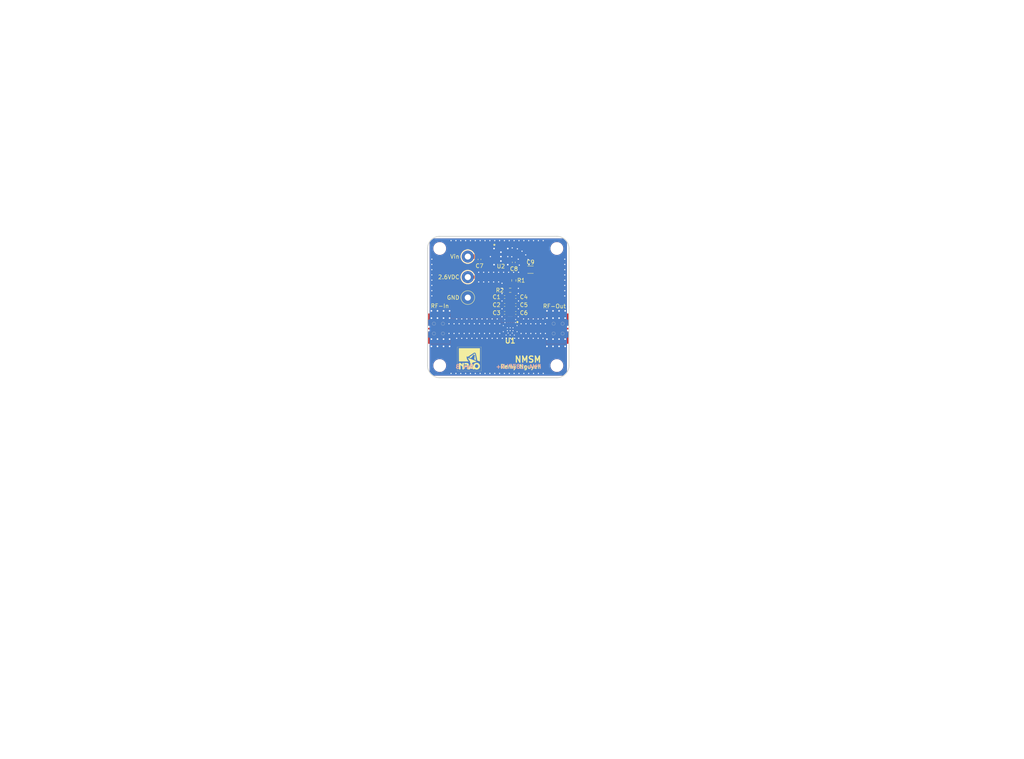
<source format=kicad_pcb>
(kicad_pcb (version 20221018) (generator pcbnew)
  (layers (0 "F.Cu" signal) (1 "In1.Cu" signal) (2 "In2.Cu" signal) (31 "B.Cu" signal) (34 "B.Paste" user) (35 "F.Paste" user) (36 "B.SilkS" user "B.Silkscreen") (37 "F.SilkS" user "F.Silkscreen") (38 "B.Mask" user) (39 "F.Mask" user) (44 "Edge.Cuts" user))
  (net 0 "")
  (net 1 "GND")
  (net 2 "Vin")
  (net 3 "Net-(U2-BYP)")
  (net 4 "2.6VDC")
  (net 5 "Net-(IC2-RF-IN)")
  (net 6 "Net-(IC2-RF-OUT)")
  (net 7 "Net-(IC2-VE)")
  (net 8 "Net-(IC2-VDD)")
  (footprint "rf-dfs:R_0603_1608Metric" (layer "F.Cu") (at 140.2 82.065 90)
    (fp_text reference "R1" (at 0.005 0.73 180) (layer "F.SilkS") (effects (justify left)))
    (fp_text value "10 Ω")
    (pad "1" smd roundrect (at -0.825 0 90) (size 0.8 0.95) (layers "F.Cu" "F.Paste" "F.Mask") (net 8 "Net-(IC2-VDD)"))
    (pad "2" smd roundrect (at 0.825 0 90) (size 0.8 0.95) (layers "F.Cu" "F.Paste" "F.Mask") (net 4 "2.6VDC"))
  )
  (footprint "rf-dfs:C_0402_1005Metric" (layer "F.Cu") (at 140.68 88.13)
    (fp_text reference "C5" (at 0.92 0) (layer "F.SilkS") (effects (justify left)))
    (fp_text value "1000 pF")
    (pad "1" smd roundrect (at -0.48 0) (size 0.56 0.62) (layers "F.Cu" "F.Paste" "F.Mask") (net 8 "Net-(IC2-VDD)"))
    (pad "2" smd roundrect (at 0.48 0) (size 0.56 0.62) (layers "F.Cu" "F.Paste" "F.Mask") (net 1 "GND"))
  )
  (footprint "rf-dfs:C_1206_3216Metric" (layer "F.Cu") (at 144.325 79.4)
    (fp_text reference "C9" (at 0 -1.85) (layer "F.SilkS"))
    (fp_text value "2.2 uF")
    (pad "1" smd roundrect (at -1.475 0) (size 1.15 1.8) (layers "F.Cu" "F.Paste" "F.Mask") (roundrect_rratio 0.2173913043) (net 4 "2.6VDC"))
    (pad "2" smd roundrect (at 1.475 0) (size 1.15 1.8) (layers "F.Cu" "F.Paste" "F.Mask") (roundrect_rratio 0.2173913043) (net 1 "GND"))
  )
  (footprint "rf-dfs:C_0402_1005Metric" (layer "F.Cu") (at 131.7 76.86 -90)
    (fp_text reference "C7" (at 1.6 0 -180) (layer "F.SilkS"))
    (fp_text value "0.33 uF")
    (pad "1" smd roundrect (at -0.48 0 270) (size 0.56 0.62) (layers "F.Cu" "F.Paste" "F.Mask") (net 2 "Vin"))
    (pad "2" smd roundrect (at 0.48 0 270) (size 0.56 0.62) (layers "F.Cu" "F.Paste" "F.Mask") (net 1 "GND"))
  )
  (footprint "rf-dfs:C_0402_1005Metric" (layer "F.Cu") (at 140.68 90.1)
    (fp_text reference "C6" (at 0.92 0) (layer "F.SilkS") (effects (justify left)))
    (fp_text value "100 pF")
    (pad "1" smd roundrect (at -0.48 0) (size 0.56 0.62) (layers "F.Cu" "F.Paste" "F.Mask") (net 8 "Net-(IC2-VDD)"))
    (pad "2" smd roundrect (at 0.48 0) (size 0.56 0.62) (layers "F.Cu" "F.Paste" "F.Mask") (net 1 "GND"))
  )
  (footprint "rf-dfs:C_0402_1005Metric" (layer "F.Cu") (at 137.92 86.16)
    (fp_text reference "C1" (at -0.92 0) (layer "F.SilkS") (effects (justify right)))
    (fp_text value "0.33 uF")
    (pad "1" smd roundrect (at -0.48 0) (size 0.56 0.62) (layers "F.Cu" "F.Paste" "F.Mask") (net 1 "GND"))
    (pad "2" smd roundrect (at 0.48 0) (size 0.56 0.62) (layers "F.Cu" "F.Paste" "F.Mask") (net 7 "Net-(IC2-VE)"))
  )
  (footprint "rf-dfs:TestPoint_Loop_D2.54mm_Drill1.5mm_Beaded" (layer "F.Cu") (at 128.8 86.32)
    (fp_text reference "TP1")
    (fp_text value "GND")
    (fp_text user "GND" (at -2 0) (layer "F.SilkS") (effects (justify right)))
    (pad "1" thru_hole circle (at 0 0) (size 3 3) (drill 1.5) (layers "*.Cu" "*.Mask") (net 1 "GND"))
  )
  (footprint "rf-dfs:C_0402_1005Metric" (layer "F.Cu") (at 140.2 77.59 -90)
    (fp_text reference "C8" (at 1.61 -0.025) (layer "F.SilkS"))
    (fp_text value "470 pF")
    (pad "1" smd roundrect (at -0.48 0 270) (size 0.56 0.62) (layers "F.Cu" "F.Paste" "F.Mask") (net 3 "Net-(U2-BYP)"))
    (pad "2" smd roundrect (at 0.48 0 270) (size 0.56 0.62) (layers "F.Cu" "F.Paste" "F.Mask") (net 1 "GND"))
  )
  (footprint "rf-dfs:Mueller BU-1420761881" (layer "F.Cu") (at 149.31 94 180)
    (fp_text reference "J2")
    (fp_text value "Conn_Coaxial")
    (fp_text user "RF-Out" (at -3.84 5.55) (layer "F.SilkS") (effects (justify right)))
    (fp_circle (center -2.9718 -1.2192) (end -2.5654 -1.2192) (stroke (width 0.05)) (fill none) (layer "Edge.Cuts"))
    (fp_circle (center -2.9718 1.2192) (end -2.5654 1.2192) (stroke (width 0.05)) (fill none) (layer "Edge.Cuts"))
    (fp_circle (center -0.7366 -1.2192) (end -0.3302 -1.2192) (stroke (width 0.05)) (fill none) (layer "Edge.Cuts"))
    (fp_circle (center -0.7366 1.2192) (end -0.3302 1.2192) (stroke (width 0.05)) (fill none) (layer "Edge.Cuts"))
    (pad "1" smd rect (at -1.8542 0 180) (size 5.08 0.41) (layers "F.Cu" "F.Paste" "F.Mask") (net 6 "Net-(IC2-RF-OUT)"))
    (pad "2" smd rect (at -1.8542 -2.2292 180) (size 5.08 3.048) (layers "F.Cu" "F.Paste" "F.Mask") (net 1 "GND"))
    (pad "2" smd rect (at -1.8542 -1.4672 180) (size 5.08 1.524) (layers "B.Cu" "B.Paste" "B.Mask") (net 1 "GND"))
    (pad "2" smd rect (at -1.8542 1.4672 180) (size 5.08 1.524) (layers "B.Cu" "B.Paste" "B.Mask") (net 1 "GND"))
    (pad "2" smd rect (at -1.8542 2.2292 180) (size 5.08 3.048) (layers "F.Cu" "F.Paste" "F.Mask") (net 1 "GND"))
    (zone (net 0) (net_name "") (layer "F.Cu") (name "F.Cu Pad Clearance") (connect_pads (clearance 0)) (min_thickness 0.25)
      (keepout (tracks allowed) (vias not_allowed) (pads allowed) (copperpour not_allowed) (footprints allowed))
      (fill (thermal_gap 0.5) (thermal_bridge_width 0.5))
      (polygon (pts (xy 153.7042 94.70612) (xy 148.6242 94.70612) (xy 148.6242 93.29388) (xy 153.7042 93.29388)))
    )
  )
  (footprint "rf-dfs:SOT-23-5_M5_MCH" (layer "F.Cu") (at 137 76.16)
    (fp_text reference "U2" (at 0 2.4 unlocked) (layer "F.SilkS"))
    (fp_text value "MIC5219-2.6YM5-TR")
    (fp_text user "*" (at -1.61925 -2.601) (layer "F.SilkS"))
    (pad "1" smd rect (at -1.36525 -0.950001) (size 0.9779 0.508) (layers "F.Cu" "F.Paste" "F.Mask") (net 2 "Vin"))
    (pad "2" smd rect (at -1.36525 0) (size 0.9779 0.508) (layers "F.Cu" "F.Paste" "F.Mask") (net 1 "GND"))
    (pad "3" smd rect (at -1.36525 0.950001) (size 0.9779 0.508) (layers "F.Cu" "F.Paste" "F.Mask") (net 2 "Vin"))
    (pad "4" smd rect (at 1.36525 0.950001) (size 0.9779 0.508) (layers "F.Cu" "F.Paste" "F.Mask") (net 3 "Net-(U2-BYP)"))
    (pad "5" smd rect (at 1.36525 -0.950001) (size 0.9779 0.508) (layers "F.Cu" "F.Paste" "F.Mask") (net 4 "2.6VDC"))
  )
  (footprint "rf-dfs:FabDrawing-4Layer-Metric-Compact-OSH" (layer "F.Cu") (at 55.5 135.5)
    (fp_text reference " " hide)
    (fp_text value " " hide)
  )
  (footprint "rf-dfs:TestPoint_Loop_D2.54mm_Drill1.5mm_Beaded" (layer "F.Cu") (at 128.8 81.24)
    (fp_text reference "TP3")
    (fp_text value "2.6VDC")
    (fp_text user "2.6VDC" (at -2 0) (layer "F.SilkS") (effects (justify right)))
    (pad "1" thru_hole circle (at 0 0) (size 3 3) (drill 1.5) (layers "*.Cu" "*.Mask") (net 4 "2.6VDC"))
  )
  (footprint "rf-dfs:QFN51P250X350X85-17N" (layer "F.Cu") (at 139.3 94 -90)
    (fp_text reference "U1" (at 3 0) (layer "F.SilkS") (effects (font (size 1.27 1.27) (thickness 0.254))))
    (fp_text value "PMA-183PLN+" hide)
    (pad "1" smd rect (at -1.2 -1.02) (size 0.3 0.85) (layers "F.Cu" "F.Paste" "F.Mask") (net 1 "GND"))
    (pad "2" smd rect (at -1.2 -0.51) (size 0.3 0.85) (layers "F.Cu" "F.Paste" "F.Mask") (net 8 "Net-(IC2-VDD)"))
    (pad "3" smd rect (at -1.2 0) (size 0.3 0.85) (layers "F.Cu" "F.Paste" "F.Mask") (net 1 "GND"))
    (pad "4" smd rect (at -1.2 0.51) (size 0.3 0.85) (layers "F.Cu" "F.Paste" "F.Mask") (net 7 "Net-(IC2-VE)"))
    (pad "5" smd rect (at -1.2 1.02) (size 0.3 0.85) (layers "F.Cu" "F.Paste" "F.Mask") (net 1 "GND"))
    (pad "6" smd rect (at -0.51 1.7 270) (size 0.3 0.85) (layers "F.Cu" "F.Paste" "F.Mask") (net 1 "GND"))
    (pad "7" smd rect (at 0 1.7 270) (size 0.3 0.85) (layers "F.Cu" "F.Paste" "F.Mask") (net 5 "Net-(IC2-RF-IN)"))
    (pad "8" smd rect (at 0.51 1.7 270) (size 0.3 0.85) (layers "F.Cu" "F.Paste" "F.Mask") (net 1 "GND"))
    (pad "9" smd rect (at 1.2 1.02) (size 0.3 0.85) (layers "F.Cu" "F.Paste" "F.Mask") (net 1 "GND"))
    (pad "10" smd rect (at 1.2 0.51) (size 0.3 0.85) (layers "F.Cu" "F.Paste" "F.Mask") (net 1 "GND"))
    (pad "11" smd rect (at 1.2 0) (size 0.3 0.85) (layers "F.Cu" "F.Paste" "F.Mask") (net 1 "GND"))
    (pad "12" smd rect (at 1.2 -0.51) (size 0.3 0.85) (layers "F.Cu" "F.Paste" "F.Mask") (net 1 "GND"))
    (pad "13" smd rect (at 1.2 -1.02) (size 0.3 0.85) (layers "F.Cu" "F.Paste" "F.Mask") (net 1 "GND"))
    (pad "14" smd rect (at 0.51 -1.7 270) (size 0.3 0.85) (layers "F.Cu" "F.Paste" "F.Mask") (net 1 "GND"))
    (pad "15" smd rect (at 0 -1.7 270) (size 0.3 0.85) (layers "F.Cu" "F.Paste" "F.Mask") (net 6 "Net-(IC2-RF-OUT)"))
    (pad "16" smd rect (at -0.51 -1.7 270) (size 0.3 0.85) (layers "F.Cu" "F.Paste" "F.Mask") (net 1 "GND"))
    (pad "17" smd rect (at 0 0 270) (size 0.99 2.01) (layers "F.Cu" "F.Paste" "F.Mask") (net 1 "GND"))
  )
  (footprint "rf-dfs:MountingHole_2.7mm_M2.5" (layer "F.Cu") (at 150.85 103.15)
    (fp_text reference "REF**" hide)
    (fp_text value "MountingHole_2.7mm_M2.5" hide)
    (pad "" np_thru_hole circle (at 0 0) (size 2.7 2.7) (drill 2.7) (layers "*.Mask" "F.Cu" "In1.Cu" "In2.Cu" "B.Cu"))
  )
  (footprint "rf-dfs:R_0603_1608Metric" (layer "F.Cu") (at 139.3 84.5)
    (fp_text reference "R2" (at -1.49 0) (layer "F.SilkS") (effects (justify right)))
    (fp_text value "180 Ω")
    (pad "1" smd roundrect (at -0.825 0) (size 0.8 0.95) (layers "F.Cu" "F.Paste" "F.Mask") (net 7 "Net-(IC2-VE)"))
    (pad "2" smd roundrect (at 0.825 0) (size 0.8 0.95) (layers "F.Cu" "F.Paste" "F.Mask") (net 8 "Net-(IC2-VDD)"))
  )
  (footprint "rf-dfs:TestPoint_Loop_D2.54mm_Drill1.5mm_Beaded" (layer "F.Cu") (at 128.8 76.16)
    (fp_text reference "TP2")
    (fp_text value "Vin")
    (fp_text user "Vin" (at -2 0) (layer "F.SilkS") (effects (justify right)))
    (pad "1" thru_hole circle (at 0 0) (size 3 3) (drill 1.5) (layers "*.Cu" "*.Mask") (net 2 "Vin"))
  )
  (footprint "rf-dfs:C_0402_1005Metric" (layer "F.Cu") (at 137.92 90.1)
    (fp_text reference "C3" (at -0.92 0) (layer "F.SilkS") (effects (justify right)))
    (fp_text value "100 pF")
    (pad "1" smd roundrect (at -0.48 0) (size 0.56 0.62) (layers "F.Cu" "F.Paste" "F.Mask") (net 1 "GND"))
    (pad "2" smd roundrect (at 0.48 0) (size 0.56 0.62) (layers "F.Cu" "F.Paste" "F.Mask") (net 7 "Net-(IC2-VE)"))
  )
  (footprint "rf-dfs:nrao1_6mm_silk" (layer "F.Cu") (at 129.2 101.5)
    (fp_text reference "G***" hide)
    (fp_text value "LOGO" hide)
  )
  (footprint "rf-dfs:MountingHole_2.7mm_M2.5" (layer "F.Cu") (at 150.85 74.15)
    (fp_text reference "REF**" hide)
    (fp_text value "MountingHole_2.7mm_M2.5" hide)
    (pad "" np_thru_hole circle (at 0 0) (size 2.7 2.7) (drill 2.7) (layers "*.Mask" "F.Cu" "In1.Cu" "In2.Cu" "B.Cu"))
  )
  (footprint "rf-dfs:MountingHole_2.7mm_M2.5" (layer "F.Cu") (at 121.85 74.15)
    (fp_text reference "REF**" hide)
    (fp_text value "MountingHole_2.7mm_M2.5" hide)
    (pad "" np_thru_hole circle (at 0 0) (size 2.7 2.7) (drill 2.7) (layers "*.Mask" "F.Cu" "In1.Cu" "In2.Cu" "B.Cu"))
  )
  (footprint "rf-dfs:Mueller BU-1420761881" (layer "F.Cu") (at 123.39 94)
    (fp_text reference "J1")
    (fp_text value "Conn_Coaxial")
    (fp_text user "RF-In" (at -3.84 -5.6) (layer "F.SilkS") (effects (justify left)))
    (fp_circle (center -2.9718 -1.2192) (end -2.5654 -1.2192) (stroke (width 0.05)) (fill none) (layer "Edge.Cuts"))
    (fp_circle (center -2.9718 1.2192) (end -2.5654 1.2192) (stroke (width 0.05)) (fill none) (layer "Edge.Cuts"))
    (fp_circle (center -0.7366 -1.2192) (end -0.3302 -1.2192) (stroke (width 0.05)) (fill none) (layer "Edge.Cuts"))
    (fp_circle (center -0.7366 1.2192) (end -0.3302 1.2192) (stroke (width 0.05)) (fill none) (layer "Edge.Cuts"))
    (pad "1" smd rect (at -1.8542 0) (size 5.08 0.41) (layers "F.Cu" "F.Paste" "F.Mask") (net 5 "Net-(IC2-RF-IN)"))
    (pad "2" smd rect (at -1.8542 -2.2292) (size 5.08 3.048) (layers "F.Cu" "F.Paste" "F.Mask") (net 1 "GND"))
    (pad "2" smd rect (at -1.8542 -1.4672) (size 5.08 1.524) (layers "B.Cu" "B.Paste" "B.Mask") (net 1 "GND"))
    (pad "2" smd rect (at -1.8542 1.4672) (size 5.08 1.524) (layers "B.Cu" "B.Paste" "B.Mask") (net 1 "GND"))
    (pad "2" smd rect (at -1.8542 2.2292) (size 5.08 3.048) (layers "F.Cu" "F.Paste" "F.Mask") (net 1 "GND"))
    (zone (net 0) (net_name "") (layer "F.Cu") (name "F.Cu Pad Clearance") (connect_pads (clearance 0)) (min_thickness 0.25)
      (keepout (tracks allowed) (vias not_allowed) (pads allowed) (copperpour not_allowed) (footprints allowed))
      (fill (thermal_gap 0.5) (thermal_bridge_width 0.5))
      (polygon (pts (xy 118.9958 93.29388) (xy 124.0758 93.29388) (xy 124.0758 94.70612) (xy 118.9958 94.70612)))
    )
  )
  (footprint "rf-dfs:C_0402_1005Metric" (layer "F.Cu") (at 137.92 88.13)
    (fp_text reference "C2" (at -0.92 0) (layer "F.SilkS") (effects (justify right)))
    (fp_text value "1000 pF")
    (pad "1" smd roundrect (at -0.48 0) (size 0.56 0.62) (layers "F.Cu" "F.Paste" "F.Mask") (net 1 "GND"))
    (pad "2" smd roundrect (at 0.48 0) (size 0.56 0.62) (layers "F.Cu" "F.Paste" "F.Mask") (net 7 "Net-(IC2-VE)"))
  )
  (footprint "rf-dfs:MountingHole_2.7mm_M2.5" (layer "F.Cu") (at 121.85 103.15)
    (fp_text reference "REF**" hide)
    (fp_text value "MountingHole_2.7mm_M2.5" hide)
    (pad "" np_thru_hole circle (at 0 0) (size 2.7 2.7) (drill 2.7) (layers "*.Cu" "*.Mask"))
  )
  (footprint "rf-dfs:C_0402_1005Metric" (layer "F.Cu") (at 140.68 86.16)
    (fp_text reference "C4" (at 0.92 0) (layer "F.SilkS") (effects (justify left)))
    (fp_text value "0.33 uF")
    (pad "1" smd roundrect (at -0.48 0) (size 0.56 0.62) (layers "F.Cu" "F.Paste" "F.Mask") (net 8 "Net-(IC2-VDD)"))
    (pad "2" smd roundrect (at 0.48 0) (size 0.56 0.62) (layers "F.Cu" "F.Paste" "F.Mask") (net 1 "GND"))
  )
  (footprint "rf-dfs:GCPW_osh3_90mm_user" (layer "F.Cu") (at 207 147.5)
    (fp_text reference " " hide)
    (fp_text value "LOGO" hide)
  )
  (gr_arc (start 153.850001 103.150001) (mid 152.971321 105.271321) (end 150.850001 106.150001) (stroke (width 0.2)) (layer "Edge.Cuts"))
  (gr_line (start 153.85 88.65) (end 153.850001 74.149999) (stroke (width 0.2)) (layer "Edge.Cuts"))
  (gr_arc (start 118.85 74.15) (mid 119.72868 72.02868) (end 121.85 71.15) (stroke (width 0.2)) (layer "Edge.Cuts"))
  (gr_line (start 150.850001 71.149999) (end 121.85 71.15) (stroke (width 0.2)) (layer "Edge.Cuts"))
  (gr_arc (start 150.850001 71.149999) (mid 152.971321 72.028679) (end 153.850001 74.149999) (stroke (width 0.2)) (layer "Edge.Cuts"))
  (gr_line (start 153.850001 103.150001) (end 153.85 88.65) (stroke (width 0.2)) (layer "Edge.Cuts"))
  (gr_line (start 121.849999 106.150001) (end 150.850001 106.150001) (stroke (width 0.2)) (layer "Edge.Cuts"))
  (gr_line (start 118.85 74.15) (end 118.85 88.65) (stroke (width 0.2)) (layer "Edge.Cuts"))
  (gr_arc (start 121.849999 106.150001) (mid 119.728679 105.271321) (end 118.849999 103.150001) (stroke (width 0.2)) (layer "Edge.Cuts"))
  (gr_line (start 118.85 88.65) (end 118.849999 103.150001) (stroke (width 0.2)) (layer "Edge.Cuts"))
  (gr_text "PMA-183PLN+" (at 147.1 104) (layer "B.SilkS") (effects (font (size 1 1) (thickness 0.2) bold) (justify left bottom mirror)))
  (gr_text "Rev B" (at 125.7 104) (layer "B.SilkS") (effects (font (size 1 1) (thickness 0.2) bold) (justify right bottom mirror)))
  (gr_text "NMSM" (at 147.1 102.5) (layer "F.SilkS") (effects (font (size 1.5 1.5) (thickness 0.3) bold) (justify right bottom)))
  (gr_text "Remy Nguyen" (at 147.1 104) (layer "F.SilkS") (effects (font (size 1 1) (thickness 0.2) bold) (justify right bottom)))
  (segment (start 134.4 76.16) (end 135.6 76.16) (width 0.508) (layer "F.Cu") (net 1))
  (via (at 137.87439 105.1) (size 0.6) (drill 0.3) (layers "F.Cu" "B.Cu") (net 1))
  (via (at 143.204511 92.8) (size 0.6) (drill 0.3) (layers "F.Cu" "B.Cu") (net 1))
  (via (at 130.667073 105.1) (size 0.6) (drill 0.3) (layers "F.Cu" "B.Cu") (net 1))
  (via (at 146.218044 96.4) (size 0.6) (drill 0.3) (layers "F.Cu" "B.Cu") (net 1))
  (via (at 149.9 91.4) (size 0.8) (drill 0.4) (layers "F.Cu" "B.Cu") (net 1))
  (via (at 134.268292 72.2) (size 0.6) (drill 0.3) (layers "F.Cu" "B.Cu") (net 1))
  (via (at 124.658536 72.2) (size 0.6) (drill 0.3) (layers "F.Cu" "B.Cu") (net 1))
  (via (at 137.95 91.75) (size 0.508) (drill 0.254) (layers "F.Cu" "B.Cu") (net 1))
  (via (at 131.495 82.44) (size 0.6) (drill 0.3) (layers "F.Cu" "B.Cu") (net 1))
  (via (at 121.3 98.4) (size 0.8) (drill 0.4) (layers "F.Cu" "B.Cu") (net 1))
  (via (at 151.4 96.6) (size 0.8) (drill 0.4) (layers "F.Cu" "B.Cu") (net 1))
  (via (at 141.325 85.3) (size 0.6) (drill 0.3) (layers "F.Cu" "B.Cu") (net 1))
  (via (at 143.880487 105.1) (size 0.6) (drill 0.3) (layers "F.Cu" "B.Cu") (net 1))
  (via (at 134.8393 91.6) (size 0.6) (drill 0.3) (layers "F.Cu" "B.Cu") (net 1))
  (via (at 142 92.8) (size 0.6) (drill 0.3) (layers "F.Cu" "B.Cu") (net 1))
  (via (at 152.8 85.9) (size 0.6) (drill 0.3) (layers "F.Cu" "B.Cu") (net 1))
  (via (at 146.218044 91.6) (size 0.6) (drill 0.3) (layers "F.Cu" "B.Cu") (net 1))
  (via (at 137.275 91.05) (size 0.6) (drill 0.3) (layers "F.Cu" "B.Cu") (net 1))
  (via (at 127.063414 105.1) (size 0.6) (drill 0.3) (layers "F.Cu" "B.Cu") (net 1))
  (via (at 131.868292 105.1) (size 0.6) (drill 0.3) (layers "F.Cu" "B.Cu") (net 1))
  (via (at 139.3 95.6) (size 0.508) (drill 0.254) (layers "F.Cu" "B.Cu") (net 1))
  (via (at 135.3 78.16) (size 0.8) (drill 0.4) (layers "F.Cu" "B.Cu") (net 1))
  (via (at 146.818044 92.8) (size 0.6) (drill 0.3) (layers "F.Cu" "B.Cu") (net 1))
  (via (at 145.013533 91.6) (size 0.6) (drill 0.3) (layers "F.Cu" "B.Cu") (net 1))
  (via (at 143.878048 72.2) (size 0.6) (drill 0.3) (layers "F.Cu" "B.Cu") (net 1))
  (via (at 140 93.8) (size 0.508) (drill 0.254) (layers "F.Cu" "B.Cu") (net 1))
  (via (at 148.022555 92.8) (size 0.6) (drill 0.3) (layers "F.Cu" "B.Cu") (net 1))
  (via (at 140.32 95.6) (size 0.508) (drill 0.254) (layers "F.Cu" "B.Cu") (net 1))
  (via (at 137.275 82.763334) (size 0.6) (drill 0.3) (layers "F.Cu" "B.Cu") (net 1))
  (via (at 133.965 80.04) (size 0.6) (drill 0.3) (layers "F.Cu" "B.Cu") (net 1))
  (via (at 141.325 89.1) (size 0.6) (drill 0.3) (layers "F.Cu" "B.Cu") (net 1))
  (via (at 129.465853 105.1) (size 0.6) (drill 0.3) (layers "F.Cu" "B.Cu") (net 1))
  (via (at 132.3286 91.6) (size 0.6) (drill 0.3) (layers "F.Cu" "B.Cu") (net 1))
  (via (at 137.275 89.1) (size 0.6) (drill 0.3) (layers "F.Cu" "B.Cu") (net 1))
  (via (at 137.275 84.031667) (size 0.6) (drill 0.3) (layers "F.Cu" "B.Cu") (net 1))
  (via (at 143.809022 96.4) (size 0.6) (drill 0.3) (layers "F.Cu" "B.Cu") (net 1))
  (via (at 152.9 89.6) (size 0.8) (drill 0.4) (layers "F.Cu" "B.Cu") (net 1))
  (via (at 136.09465 91.6) (size 0.6) (drill 0.3) (layers "F.Cu" "B.Cu") (net 1))
  (via (at 136.435 82.44) (size 0.6) (drill 0.3) (layers "F.Cu" "B.Cu") (net 1))
  (via (at 136.435 80.04) (size 0.6) (drill 0.3) (layers "F.Cu" "B.Cu") (net 1))
  (via (at 125.859756 72.2) (size 0.6) (drill 0.3) (layers "F.Cu" "B.Cu") (net 1))
  (via (at 128.56255 96.4) (size 0.6) (drill 0.3) (layers "F.Cu" "B.Cu") (net 1))
  (via (at 139.07317 72.2) (size 0.6) (drill 0.3) (layers "F.Cu" "B.Cu") (net 1))
  (via (at 139.808879 74.011444) (size 0.6) (drill 0.3) (layers "F.Cu" "B.Cu") (net 1))
  (via (at 119.8 91.4) (size 0.8) (drill 0.4) (layers "F.Cu" "B.Cu") (net 1))
  (via (at 141.551447 78.268881) (size 0.6) (drill 0.3) (layers "F.Cu" "B.Cu") (net 1))
  (via (at 131.07325 96.4) (size 0.6) (drill 0.3) (layers "F.Cu" "B.Cu") (net 1))
  (via (at 129.17325 92.8) (size 0.6) (drill 0.3) (layers "F.Cu" "B.Cu") (net 1))
  (via (at 143.138107 75.733859) (size 0.6) (drill 0.3) (layers "F.Cu" "B.Cu") (net 1))
  (via (at 130.4286 95.2) (size 0.6) (drill 0.3) (layers "F.Cu" "B.Cu") (net 1))
  (via (at 141.3 91.05) (size 0.6) (drill 0.3) (layers "F.Cu" "B.Cu") (net 1))
  (via (at 135.471951 105.1) (size 0.6) (drill 0.3) (layers "F.Cu" "B.Cu") (net 1))
  (via (at 137.6 94.75) (size 0.508) (drill 0.254) (layers "F.Cu" "B.Cu") (net 1))
  (via (at 122.8 89.6) (size 0.8) (drill 0.4) (layers "F.Cu" "B.Cu") (net 1))
  (via (at 152.8 79.4) (size 0.6) (drill 0.3) (layers "F.Cu" "B.Cu") (net 1))
  (via (at 137.67 80.04) (size 0.6) (drill 0.3) (layers "F.Cu" "B.Cu") (net 1))
  (via (at 133.067073 72.2) (size 0.6) (drill 0.3) (layers "F.Cu" "B.Cu") (net 1))
  (via (at 119.9 80.7) (size 0.6) (drill 0.3) (layers "F.Cu" "B.Cu") (net 1))
  (via (at 141.4 96.4) (size 0.6) (drill 0.3) (layers "F.Cu" "B.Cu") (net 1))
  (via (at 136.70535 92.8) (size 0.6) (drill 0.3) (layers "F.Cu" "B.Cu") (net 1))
  (via (at 131.495 80.04) (size 0.6) (drill 0.3) (layers "F.Cu" "B.Cu") (net 1))
  (via (at 139.075609 105.1) (size 0.6) (drill 0.3) (layers "F.Cu" "B.Cu") (net 1))
  (via (at 127.9179 92.8) (size 0.6) (drill 0.3) (layers "F.Cu" "B.Cu") (net 1))
  (via (at 126.05185 96.4) (size 0.6) (drill 0.3) (layers "F.Cu" "B.Cu") (net 1))
  (via (at 130.664634 72.2) (size 0.6) (drill 0.3) (layers "F.Cu" "B.Cu") (net 1))
  (via (at 138.28 95.6) (size 0.508) (drill 0.254) (layers "F.Cu" "B.Cu") (net 1))
  (via (at 139.691123 76.2) (size 0.6) (drill 0.3) (layers "F.Cu" "B.Cu") (net 1))
  (via (at 146.280487 72.2) (size 0.6) (drill 0.3) (layers "F.Cu" "B.Cu") (net 1))
  (via (at 127.3072 91.6) (size 0.6) (drill 0.3) (layers "F.Cu" "B.Cu") (net 1))
  (via (at 142.604511 91.6) (size 0.6) (drill 0.3) (layers "F.Cu" "B.Cu") (net 1))
  (via (at 121.3 96.6) (size 0.8) (drill 0.4) (layers "F.Cu" "B.Cu") (net 1))
  (via (at 141.080559 74.22916) (size 0.6) (drill 0.3) (layers "F.Cu" "B.Cu") (net 1))
  (via (at 131.865853 72.2) (size 0.6) (drill 0.3) (layers "F.Cu" "B.Cu") (net 1))
  (via (at 134.19465 95.2) (size 0.6) (drill 0.3) (layers "F.Cu" "B.Cu") (net 1))
  (via (at 119.8 98.4) (size 0.8) (drill 0.4) (layers "F.Cu" "B.Cu") (net 1))
  (via (at 145.013533 96.4) (size 0.6) (drill 0.3) (layers "F.Cu" "B.Cu") (net 1))
  (via (at 132.9393 92.8) (size 0.6) (drill 0.3) (layers "F.Cu" "B.Cu") (net 1))
  (via (at 147.422555 91.6) (size 0.6) (drill 0.3) (layers "F.Cu" "B.Cu") (net 1))
  (via (at 125.4072 92.8) (size 0.6) (drill 0.3) (layers "F.Cu" "B.Cu") (net 1))
  (via (at 145.079268 72.2) (size 0.6) (drill 0.3) (layers "F.Cu" "B.Cu") (net 1))
  (via (at 119.9 83.3) (size 0.6) (drill 0.3) (layers "F.Cu" "B.Cu") (net 1))
  (via (at 152.9 91.4) (size 0.8) (drill 0.4) (layers "F.Cu" "B.Cu") (net 1))
  (via (at 143.948557 78.151117) (size 0.6) (drill 0.3) (layers "F.Cu" "B.Cu") (net 1))
  (via (at 144.409022 92.8) (size 0.6) (drill 0.3) (layers "F.Cu" "B.Cu") (net 1))
  (via (at 133.069512 105.1) (size 0.6) (drill 0.3) (layers "F.Cu" "B.Cu") (net 1))
  (via (at 142.676829 72.2) (size 0.6) (drill 0.3) (layers "F.Cu" "B.Cu") (net 1))
  (via (at 122.8 91.4) (size 0.8) (drill 0.4) (layers "F.Cu" "B.Cu") (net 1))
  (via (at 142 95.2) (size 0.6) (drill 0.3) (layers "F.Cu" "B.Cu") (net 1))
  (via (at 142.679268 105.1) (size 0.6) (drill 0.3) (layers "F.Cu" "B.Cu") (net 1))
  (via (at 126.05185 91.6) (size 0.6) (drill 0.3) (layers "F.Cu" "B.Cu") (net 1))
  (via (at 152.8 80.7) (size 0.6) (drill 0.3) (layers "F.Cu" "B.Cu") (net 1))
  (via (at 125.862195 105.1) (size 0.6) (drill 0.3) (layers "F.Cu" "B.Cu") (net 1))
  (via (at 148.4 98.4) (size 0.8) (drill 0.4) (layers "F.Cu" "B.Cu") (net 1))
  (via (at 138.6 94.5) (size 0.508) (drill 0.254) (layers "F.Cu" "B.Cu") (net 1))
  (via (at 141.475609 72.2) (size 0.6) (drill 0.3) (layers "F.Cu" "B.Cu") (net 1))
  (via (at 148.4 89.6) (size 0.8) (drill 0.4) (layers "F.Cu" "B.Cu") (net 1))
  (via (at 141.35 87.15) (size 0.6) (drill 0.3) (layers "F.Cu" "B.Cu") (net 1))
  (via (at 145.081707 105.1) (size 0.6) (drill 0.3) (layers "F.Cu" "B.Cu") (net 1))
  (via (at 147.481707 72.2) (size 0.6) (drill 0.3) (layers "F.Cu" "B.Cu") (net 1))
  (via (at 143.204511 95.2) (size 0.6) (drill 0.3) (layers "F.Cu" "B.Cu") (net 1))
  (via (at 122.8 96.6) (size 0.8) (drill 0.4) (layers "F.Cu" "B.Cu") (net 1))
  (via (at 138.7 74.16) (size 0.8) (drill 0.4) (layers "F.Cu" "B.Cu") (net 1))
  (via (at 119.9 85.9) (size 0.6) (drill 0.3) (layers "F.Cu" "B.Cu") (net 1))
  (via (at 137.275 85.3) (size 0.6) (drill 0.3) (layers "F.Cu" "B.Cu") (net 1))
  (via (at 129.17325 95.2) (size 0.6) (drill 0.3) (layers "F.Cu" "B.Cu") (net 1))
  (via (at 146.282926 105.1) (size 0.6) (drill 0.3) (layers "F.Cu" "B.Cu") (net 1))
  (via (at 143.809022 91.6) (size 0.6) (drill 0.3) (layers "F.Cu" "B.Cu") (net 1))
  (via (at 145.613533 95.2) (size 0.6) (drill 0.3) (layers "F.Cu" "B.Cu") (net 1))
  (via (at 148.4 91.4) (size 0.8) (drill 0.4) (layers "F.Cu" "B.Cu") (net 1))
  (via (at 152.8 76.8) (size 0.6) (drill 0.3) (layers "F.Cu" "B.Cu") (net 1))
  (via (at 129.8179 96.4) (size 0.6) (drill 0.3) (layers "F.Cu" "B.Cu") (net 1))
  (via (at 137.871951 72.2) (size 0.6) (drill 0.3) (layers "F.Cu" "B.Cu") (net 1))
  (via (at 134.19465 92.8) (size 0.6) (drill 0.3) (layers "F.Cu" "B.Cu") (net 1))
  (via (at 126.66255 95.2) (size 0.6) (drill 0.3) (layers "F.Cu" "B.Cu") (net 1))
  (via (at 140 94.5) (size 0.508) (drill 0.254) (layers "F.Cu" "B.Cu") (net 1))
  (via (at 135.45 95.2) (size 0.6) (drill 0.3) (layers "F.Cu" "B.Cu") (net 1))
  (via (at 124.3 98.4) (size 0.8) (drill 0.4) (layers "F.Cu" "B.Cu") (net 1))
  (via (at 119.9 82) (size 0.6) (drill 0.3) (layers "F.Cu" "B.Cu") (net 1))
  (via (at 128.56255 91.6) (size 0.6) (drill 0.3) (layers "F.Cu" "B.Cu") (net 1))
  (via (at 131.07325 91.6) (size 0.6) (drill 0.3) (layers "F.Cu" "B.Cu") (net 1))
  (via (at 134.4 76.16) (size 0.6) (drill 0.3) (layers "F.Cu" "B.Cu") (net 1))
  (via (at 124.660975 105.1) (size 0.6) (drill 0.3) (layers "F.Cu" "B.Cu") (net 1))
  (via (at 135.469512 72.2) (size 0.6) (drill 0.3) (layers "F.Cu" "B.Cu") (net 1))
  (via (at 151.4 89.6) (size 0.8) (drill 0.4) (layers "F.Cu" "B.Cu") (net 1))
  (via (at 137.275 87.15) (size 0.6) (drill 0.3) (layers "F.Cu" "B.Cu") (net 1))
  (via (at 138.7 76.16) (size 0.6) (drill 0.3) (layers "F.Cu" "B.Cu") (net 1))
  (via (at 135.45 92.8) (size 0.6) (drill 0.3) (layers "F.Cu" "B.Cu") (net 1))
  (via (at 140.27439 72.2) (size 0.6) (drill 0.3) (layers "F.Cu" "B.Cu") (net 1))
  (via (at 138.905 80.04) (size 0.6) (drill 0.3) (layers "F.Cu" "B.Cu") (net 1))
  (via (at 147.422555 96.4) (size 0.6) (drill 0.3) (layers "F.Cu" "B.Cu") (net 1))
  (via (at 148.4 96.6) (size 0.8) (drill 0.4) (layers "F.Cu" "B.Cu") (net 1))
  (via (at 124.3 96.6) (size 0.8) (drill 0.4) (layers "F.Cu" "B.Cu") (net 1))
  (via (at 138.7 78.16) (size 0.8) (drill 0.4) (layers "F.Cu" "B.Cu") (net 1))
  (via (at 134.8393 96.4) (size 0.6) (drill 0.3) (layers "F.Cu" "B.Cu") (net 1))
  (via (at 140.14 80.04) (size 0.6) (drill 0.3) (layers "F.Cu" "B.Cu") (net 1))
  (via (at 152.9 98.4) (size 0.8) (drill 0.4) (layers "F.Cu" "B.Cu") (net 1))
  (via (at 128.264634 105.1) (size 0.6) (drill 0.3) (layers "F.Cu" "B.Cu") (net 1))
  (via (at 129.8179 91.6) (size 0.6) (drill 0.3) (layers "F.Cu" "B.Cu") (net 1))
  (via (at 141 93.25) (size 0.508) (drill 0.254) (layers "F.Cu" "B.Cu") (net 1))
  (via (at 119.9 84.6) (size 0.6) (drill 0.3) (layers "F.Cu" "B.Cu") (net 1))
  (via (at 132.9393 95.2) (size 0.6) (drill 0.3) (layers "F.Cu" "B.Cu") (net 1))
  (via (at 142.226137 74.821889) (size 0.6) (drill 0.3) (layers "F.Cu" "B.Cu") (net 1))
  (via (at 152.8 84.6) (size 0.6) (drill 0.3) (layers "F.Cu" "B.Cu") (net 1))
  (via (at 152.9 96.6) (size 0.8) (drill 0.4) (layers "F.Cu" "B.Cu") (net 1))
  (via (at 132.73 80.04) (size 0.6) (drill 0.3) (layers "F.Cu" "B.Cu") (net 1))
  (via (at 127.060975 72.2) (size 0.6) (drill 0.3) (layers "F.Cu" "B.Cu") (net 1))
  (via (at 135.3 74.16) (size 0.8) (drill 0.4) (layers "F.Cu" "B.Cu") (net 1))
  (via (at 140.6 92.5) (size 0.508) (drill 0.254) (layers "F.Cu" "B.Cu") (net 1))
  (via (at 140.65 91.75) (size 0.508) (drill 0.254) (layers "F.Cu" "B.Cu") (net 1))
  (via (at 122.8 98.4) (size 0.8) (drill 0.4) (layers "F.Cu" "B.Cu") (net 1))
  (via (at 152.8 82) (size 0.6) (drill 0.3) (layers "F.Cu" "B.Cu") (net 1))
  (via (at 127.9179 95.2) (size 0.6) (drill 0.3) (layers "F.Cu" "B.Cu") (net 1))
  (via (at 139.3 94.5) (size 0.508) (drill 0.254) (layers "F.Cu" "B.Cu") (net 1))
  (via (at 132.3286 96.4) (size 0.6) (drill 0.3) (layers "F.Cu" "B.Cu") (net 1))
  (via (at 132.73 82.44) (size 0.6) (drill 0.3) (layers "F.Cu" "B.Cu") (net 1))
  (via (at 119.9 78.1) (size 0.6) (drill 0.3) (layers "F.Cu" "B.Cu") (net 1))
  (via (at 143.730838 76.879436) (size 0.6) (drill 0.3) (layers "F.Cu" "B.Cu") (net 1))
  (via (at 138 92.5) (size 0.508) (drill 0.254) (layers "F.Cu" "B.Cu") (net 1))
  (via (at 152.8 78.1) (size 0.6) (drill 0.3) (layers "F.Cu" "B.Cu") (net 1))
  (via (at 141.375 80.04) (size 0.6) (drill 0.3) (layers "F.Cu" "B.Cu") (net 1))
  (via (at 139.81 95.1) (size 0.508) (drill 0.254) (layers "F.Cu" "B.Cu") (net 1))
  (via (at 133.965 82.44) (size 0.6) (drill 0.3) (layers "F.Cu" "B.Cu") (net 1))
  (via (at 145.613533 92.8) (size 0.6) (drill 0.3) (layers "F.Cu" "B.Cu") (net 1))
  (via (at 121.3 89.6) (size 0.8) (drill 0.4) (layers "F.Cu" "B.Cu") (net 1))
  (via (at 131.68395 92.8) (size 0.6) (drill 0.3) (layers "F.Cu" "B.Cu") (net 1))
  (via (at 133.58395 91.6) (size 0.6) (drill 0.3) (layers "F.Cu" "B.Cu") (net 1))
  (via (at 136.670731 72.2) (size 0.6) (drill 0.3) (layers "F.Cu" "B.Cu") (net 1))
  (via (at 141.478048 105.1) (size 0.6) (drill 0.3) (layers "F.Cu" "B.Cu") (net 1))
  (via (at 121.3 91.4) (size 0.8) (drill 0.4) (layers "F.Cu" "B.Cu") (net 1))
  (via (at 138.35 96.4) (size 0.6) (drill 0.3) (layers "F.Cu" "B.Cu") (net 1))
  (via (at 124.15185 95.2) (size 0.6) (drill 0.3) (layers "F.Cu" "B.Cu") (net 1))
  (via (at 138.6 93.8) (size 0.508) (drill 0.254) (layers "F.Cu" "B.Cu") (net 1))
  (via (at 130.4286 92.8) (size 0.6) (drill 0.3) (layers "F.Cu" "B.Cu") (net 1))
  (via (at 148.022555 95.2) (size 0.6) (drill 0.3) (layers "F.Cu" "B.Cu") (net 1))
  (via (at 149.9 96.6) (size 0.8) (drill 0.4) (layers "F.Cu" "B.Cu") (net 1))
  (via (at 137 77.26) (size 0.8) (drill 0.4) (layers "F.Cu" "B.Cu") (net 1))
  (via (at 136.70535 95.2) (size 0.6) (drill 0.3) (layers "F.Cu" "B.Cu") (net 1))
  (via (at 129.463414 72.2) (size 0.6) (drill 0.3) (layers "F.Cu" "B.Cu") (net 1))
  (via (at 139.3 93.8) (size 0.508) (drill 0.254) (layers "F.Cu" "B.Cu") (net 1))
  (via (at 136.09465 96.4) (size 0.6) (drill 0.3) (layers "F.Cu" "B.Cu") (net 1))
  (via (at 147.484146 105.1) (size 0.6) (drill 0.3) (layers "F.Cu" "B.Cu") (net 1))
  (via (at 141.3 76.8) (size 0.6) (drill 0.3) (layers "F.Cu" "B.Cu") (net 1))
  (via (at 119.9 79.4) (size 0.6) (drill 0.3) (layers "F.Cu" "B.Cu") (net 1))
  (via (at 141 94.75) (size 0.508) (drill 0.254) (layers "F.Cu" "B.Cu") (net 1))
  (via (at 151.4 91.4) (size 0.8) (drill 0.4) (layers "F.Cu" "B.Cu") (net 1))
  (via (at 137.35 96.4) (size 0.6) (drill 0.3) (layers "F.Cu" "B.Cu") (net 1))
  (via (at 137 75.06) (size 0.8) (drill 0.4) (layers "F.Cu" "B.Cu") (net 1))
  (via (at 149.9 89.6) (size 0.8) (drill 0.4) (layers "F.Cu" "B.Cu") (net 1))
  (via (at 127.3072 96.4) (size 0.6) (drill 0.3) (layers "F.Cu" "B.Cu") (net 1))
  (via (at 152.8 83.3) (size 0.6) (drill 0.3) (layers "F.Cu" "B.Cu") (net 1))
  (via (at 138.79 95.1) (size 0.508) (drill 0.254) (layers "F.Cu" "B.Cu") (net 1))
  (via (at 119.8 89.6) (size 0.8) (drill 0.4) (layers "F.Cu" "B.Cu") (net 1))
  (via (at 137 76.16) (size 0.8) (drill 0.4) (layers "F.Cu" "B.Cu") (net 1))
  (via (at 135.2 80.04) (size 0.6) (drill 0.3) (layers "F.Cu" "B.Cu") (net 1))
  (via (at 142.604511 96.4) (size 0.6) (drill 0.3) (layers "F.Cu" "B.Cu") (net 1))
  (via (at 124.3 89.6) (size 0.8) (drill 0.4) (layers "F.Cu" "B.Cu") (net 1))
  (via (at 140.276829 105.1) (size 0.6) (drill 0.3) (layers "F.Cu" "B.Cu") (net 1))
  (via (at 144.409022 95.2) (size 0.6) (drill 0.3) (layers "F.Cu" "B.Cu") (net 1))
  (via (at 149.9 98.4) (size 0.8) (drill 0.4) (layers "F.Cu" "B.Cu") (net 1))
  (via (at 134.270731 105.1) (size 0.6) (drill 0.3) (layers "F.Cu" "B.Cu") (net 1))
  (via (at 135.2 82.44) (size 0.6) (drill 0.3) (layers "F.Cu" "B.Cu") (net 1))
  (via (at 146.818044 95.2) (size 0.6) (drill 0.3) (layers "F.Cu" "B.Cu") (net 1))
  (via (at 133.58395 96.4) (size 0.6) (drill 0.3) (layers "F.Cu" "B.Cu") (net 1))
  (via (at 137.6 93.25) (size 0.508) (drill 0.254) (layers "F.Cu" "B.Cu") (net 1))
  (via (at 125.4072 95.2) (size 0.6) (drill 0.3) (layers "F.Cu" "B.Cu") (net 1))
  (via (at 119.9 76.8) (size 0.6) (drill 0.3) (layers "F.Cu" "B.Cu") (net 1))
  (via (at 139.375 96.4) (size 0.6) (drill 0.3) (layers "F.Cu" "B.Cu") (net 1))
  (via (at 131.68395 95.2) (size 0.6) (drill 0.3) (layers "F.Cu" "B.Cu") (net 1))
  (via (at 124.15185 92.8) (size 0.6) (drill 0.3) (layers "F.Cu" "B.Cu") (net 1))
  (via (at 128.262195 72.2) (size 0.6) (drill 0.3) (layers "F.Cu" "B.Cu") (net 1))
  (via (at 126.66255 92.8) (size 0.6) (drill 0.3) (layers "F.Cu" "B.Cu") (net 1))
  (via (at 141.325 84.031667) (size 0.6) (drill 0.3) (layers "F.Cu" "B.Cu") (net 1))
  (via (at 140.4 96.4) (size 0.6) (drill 0.3) (layers "F.Cu" "B.Cu") (net 1))
  (via (at 151.4 98.4) (size 0.8) (drill 0.4) (layers "F.Cu" "B.Cu") (net 1))
  (via (at 124.3 91.4) (size 0.8) (drill 0.4) (layers "F.Cu" "B.Cu") (net 1))
  (via (at 136.67317 105.1) (size 0.6) (drill 0.3) (layers "F.Cu" "B.Cu") (net 1))
  (via (at 119.8 96.6) (size 0.8) (drill 0.4) (layers "F.Cu" "B.Cu") (net 1))
  (segment (start 133.490001 77.110001) (end 132.54 76.16) (width 0.508) (layer "F.Cu") (net 2))
  (segment (start 135.6 77.110001) (end 133.490001 77.110001) (width 0.508) (layer "F.Cu") (net 2))
  (segment (start 135.6 75.209999) (end 133.490001 75.209999) (width 0.508) (layer "F.Cu") (net 2))
  (segment (start 132.34 76.16) (end 128.8 76.16) (width 1.1) (layer "F.Cu") (net 2))
  (segment (start 133.490001 75.209999) (end 132.54 76.16) (width 0.508) (layer "F.Cu") (net 2))
  (segment (start 140.2 77.11) (end 140.199999 77.110001) (width 0.508) (layer "F.Cu") (net 3))
  (segment (start 140.199999 77.110001) (end 138.3305 77.110001) (width 0.508) (layer "F.Cu") (net 3))
  (segment (start 139.750001 75.209999) (end 138.36525 75.209999) (width 0.508) (layer "F.Cu") (net 4))
  (segment (start 142.501423 81.098578) (end 142.608579 80.991422) (width 0.8) (layer "F.Cu") (net 4))
  (segment (start 142.750001 78.149999) (end 142.750001 78.250001) (width 0.508) (layer "F.Cu") (net 4))
  (segment (start 142.160002 81.24) (end 128.8 81.24) (width 0.8) (layer "F.Cu") (net 4))
  (segment (start 142.750001 80.650001) (end 142.750001 79.150001) (width 0.8) (layer "F.Cu") (net 4))
  (arc (start 142.608579 80.991422) (mid 142.713246 80.834776) (end 142.75 80.65) (width 0.8) (layer "F.Cu") (net 4))
  (arc (start 142.501423 81.098578) (mid 142.344777 81.203245) (end 142.160002 81.239999) (width 0.8) (layer "F.Cu") (net 4))
  (arc (start 142.750001 78.209999) (mid 141.871321 76.088679) (end 139.750001 75.209999) (width 0.508) (layer "F.Cu") (net 4))
  (segment (start 121.5358 94) (end 136.6 94) (width 0.37) (layer "F.Cu") (net 5))
  (segment (start 152.8406 94) (end 142 94) (width 0.37) (layer "F.Cu") (net 6))
  (segment (start 138.616421 91.316421) (end 138.648578 91.348578) (width 0.3) (layer "F.Cu") (net 7))
  (segment (start 138.475 90.975) (end 138.475 90.5) (width 0.3) (layer "F.Cu") (net 7))
  (segment (start 138.79 91.69) (end 138.79 92.8) (width 0.3) (layer "F.Cu") (net 7))
  (segment (start 138.475 84.5) (end 138.475 90.5) (width 0.8) (layer "F.Cu") (net 7))
  (arc (start 138.648578 91.348578) (mid 138.753244 91.505223) (end 138.789999 91.689999) (width 0.3) (layer "F.Cu") (net 7))
  (arc (start 138.616421 91.316421) (mid 138.511753 91.159775) (end 138.474999 90.975) (width 0.3) (layer "F.Cu") (net 7))
  (segment (start 139.983578 91.31642) (end 139.951421 91.348578) (width 0.3) (layer "F.Cu") (net 8))
  (segment (start 140.125 82.89) (end 140.125 90.5) (width 0.8) (layer "F.Cu") (net 8))
  (segment (start 140.125 90.975) (end 140.125 90.5) (width 0.3) (layer "F.Cu") (net 8))
  (segment (start 139.81 91.69) (end 139.81 92.8) (width 0.3) (layer "F.Cu") (net 8))
  (arc (start 139.951421 91.348578) (mid 139.846753 91.505223) (end 139.809999 91.69) (width 0.3) (layer "F.Cu") (net 8))
  (arc (start 139.983578 91.31642) (mid 140.088245 91.159775) (end 140.124999 90.975) (width 0.3) (layer "F.Cu") (net 8))
  (zone (net 1) (net_name "GND") (layer "F.Cu") (name "GND Fill") (priority 3) (connect_pads yes (clearance 0.2)) (min_thickness 0.25) (fill yes (thermal_gap 0.5) (thermal_bridge_width 0.5))
    (polygon (pts (xy 137.15 94.85) (xy 141.45 94.85) (xy 141.45 92.35) (xy 137.15 92.35)))
  )
  (zone (net 6) (net_name "Net-(IC2-RF-OUT)") (layer "F.Cu") (priority 17540) (connect_pads yes (clearance 0)) (min_thickness 0.0254) (fill yes (thermal_gap 0.5) (thermal_bridge_width 0.5))
    (polygon (pts (xy 142.02775 94) (xy 142.0085 93.815) (xy 141.897471 93.81598) (xy 141.80142 93.81864) (xy 141.717347 93.822559) (xy 141.642256 93.82732) (xy 141.573151 93.8325) (xy 141.507033 93.83768) (xy 141.440907 93.84244) (xy 141.371773 93.84636) (xy 141.296637 93.84902) (xy 141.2125 93.85) (xy 141 93.85) (xy 140.982 94) (xy 141 94.15) (xy 141.2125 94.15) (xy 141.296637 94.15098) (xy 141.371773 94.15364) (xy 141.440907 94.157559) (xy 141.507033 94.16232) (xy 141.573151 94.1675) (xy 141.642256 94.17268) (xy 141.717347 94.17744) (xy 141.80142 94.18136) (xy 141.897471 94.18402) (xy 142.0085 94.185)))
  )
  (zone (net 5) (net_name "Net-(IC2-RF-IN)") (layer "F.Cu") (priority 17540) (connect_pads yes (clearance 0)) (min_thickness 0.0254) (fill yes (thermal_gap 0.5) (thermal_bridge_width 0.5))
    (polygon (pts (xy 136.57225 94) (xy 136.5915 94.185) (xy 136.702528 94.18402) (xy 136.798579 94.18136) (xy 136.882652 94.177439) (xy 136.957743 94.17268) (xy 137.026848 94.1675) (xy 137.092966 94.16232) (xy 137.159092 94.15756) (xy 137.228226 94.15364) (xy 137.303362 94.15098) (xy 137.3875 94.15) (xy 137.6 94.15) (xy 137.618 94) (xy 137.6 93.85) (xy 137.3875 93.85) (xy 137.303362 93.84902) (xy 137.228226 93.84636) (xy 137.159092 93.842439) (xy 137.092966 93.83768) (xy 137.026848 93.8325) (xy 136.957743 93.82732) (xy 136.882652 93.82256) (xy 136.798579 93.81864) (xy 136.702528 93.81598) (xy 136.5915 93.815)))
  )
  (zone (net 4) (net_name "2.6VDC") (layer "F.Cu") (priority 17540) (connect_pads yes (clearance 0)) (min_thickness 0.0254) (fill yes (thermal_gap 0.5) (thermal_bridge_width 0.5))
    (polygon (pts (xy 142.486001 77.425877) (xy 142.479813 77.661881) (xy 142.463017 77.855491) (xy 142.438265 78.017304) (xy 142.408209 78.157921) (xy 142.375501 78.287939) (xy 142.342793 78.417956) (xy 142.312737 78.558573) (xy 142.287985 78.720386) (xy 142.276189 78.913996) (xy 142.280001 79.150001) (xy 142.275001 79.221251) (xy 142.740001 79.387501) (xy 143.215001 79.221251) (xy 143.215001 79.150001) (xy 143.208813 78.913996) (xy 143.192017 78.720386) (xy 143.167265 78.558573) (xy 143.137209 78.417956) (xy 143.104501 78.287939) (xy 143.071793 78.157921) (xy 143.041737 78.017304) (xy 143 77.86) (xy 142.96 77.661881) (xy 142.91 77.44) (xy 142.86 77.2) (xy 142.740001 77.138527) (xy 142.486001 77.171877)))
  )
  (zone (net 1) (net_name "GND") (layers "F.Cu" "In1.Cu" "In2.Cu" "B.Cu") (name "GND Fill") (priority 2) (connect_pads yes (clearance 0.2)) (min_thickness 0.25) (fill yes (thermal_gap 0.5) (thermal_bridge_width 0.5) (smoothing fillet) (radius 3))
    (polygon (pts (xy 119.35 91.5) (xy 153.35 91.5) (xy 153.35 96.15) (xy 119.35 96.15)))
  )
  (zone (net 1) (net_name "GND") (layers "F.Cu" "In1.Cu" "In2.Cu" "B.Cu") (name "GND Fill") (priority 3) (connect_pads yes (clearance 0.2)) (min_thickness 0.5) (fill yes (thermal_gap 0.5) (thermal_bridge_width 0.5))
    (polygon (pts (xy 137.05 92.5) (xy 137.05 91.05) (xy 141.6 91.05) (xy 141.6 92.5) (xy 137.1 92.5)))
  )
  (zone (net 1) (net_name "GND") (layers "F.Cu" "In1.Cu" "In2.Cu" "B.Cu") (name "GND Fill") (priority 1) (connect_pads yes (clearance 0.3)) (min_thickness 0.6) (fill yes (thermal_gap 0.6) (thermal_bridge_width 0.6) (smoothing fillet) (radius 3))
    (polygon (pts (xy 119.35 105.65) (xy 119.35 71.65) (xy 153.35 71.65) (xy 153.35 105.65)))
  )
  (zone (net 0) (net_name "") (layers "F.Cu" "Dwgs.User") (connect_pads (clearance 0)) (min_thickness 0.25)
    (keepout (tracks allowed) (vias allowed) (pads allowed) (copperpour not_allowed) (footprints allowed))
    (fill (thermal_gap 0.5) (thermal_bridge_width 0.5))
    (polygon (pts (xy 148.625 94.705) (xy 148.25 94.385) (xy 148.625 94.385)))
  )
  (zone (net 0) (net_name "") (layers "F.Cu" "Dwgs.User") (connect_pads (clearance 0)) (min_thickness 0.25)
    (keepout (tracks allowed) (vias allowed) (pads allowed) (copperpour not_allowed) (footprints allowed))
    (fill (thermal_gap 0.5) (thermal_bridge_width 0.5))
    (polygon (pts (xy 148.625 93.295) (xy 148.25 93.615) (xy 148.625 93.615)))
  )
  (zone (net 0) (net_name "") (layers "F.Cu" "Dwgs.User") (connect_pads (clearance 0)) (min_thickness 0.25)
    (keepout (tracks allowed) (vias allowed) (pads allowed) (copperpour not_allowed) (footprints allowed))
    (fill (thermal_gap 0.5) (thermal_bridge_width 0.5))
    (polygon (pts (xy 124.075 94.705) (xy 124.45 94.385) (xy 124.075 94.385)))
  )
  (zone (net 0) (net_name "") (layers "F.Cu" "Dwgs.User") (connect_pads (clearance 0)) (min_thickness 0.25)
    (keepout (tracks allowed) (vias allowed) (pads allowed) (copperpour not_allowed) (footprints allowed))
    (fill (thermal_gap 0.5) (thermal_bridge_width 0.5))
    (polygon (pts (xy 124.075 93.295) (xy 124.45 93.615) (xy 124.075 93.615)))
  )
  (zone (net 1) (net_name "GND") (layers "In1.Cu" "In2.Cu" "B.Cu") (name "GND Fill") (priority 2) (connect_pads yes (clearance 0)) (min_thickness 0.25) (fill yes (thermal_gap 0.5) (thermal_bridge_width 0.5) (smoothing fillet) (radius 3))
    (polygon (pts (xy 148.25 90.2) (xy 153.35 90.2) (xy 153.35 97.8) (xy 148.25 97.8)))
  )
  (zone (net 1) (net_name "GND") (layers "In1.Cu" "In2.Cu" "B.Cu") (name "GND Fill") (priority 2) (connect_pads yes (clearance 0)) (min_thickness 0.25) (fill yes (thermal_gap 0.5) (thermal_bridge_width 0.5) (smoothing fillet) (radius 3))
    (polygon (pts (xy 119.35 90.2) (xy 124.45 90.2) (xy 124.45 97.8) (xy 119.35 97.8)))
  )
)
</source>
